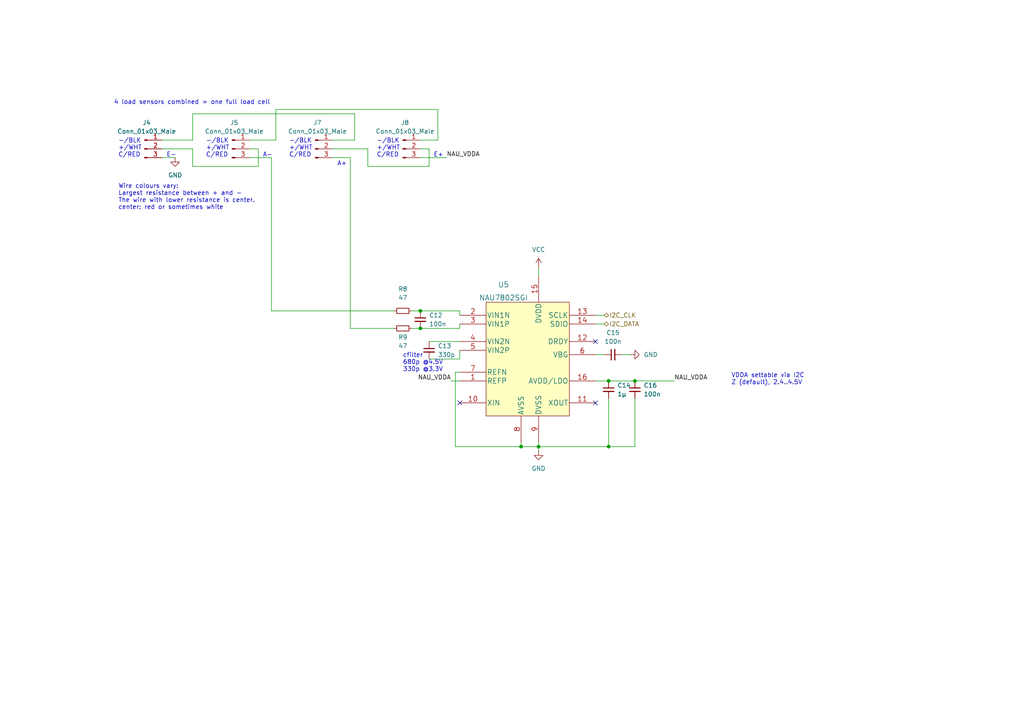
<source format=kicad_sch>
(kicad_sch (version 20230121) (generator eeschema)
  (paper "A4")
  (lib_symbols
    (symbol "Connector:Conn_01x03_Pin" (pin_names (offset 1.016) hide)
      (property "Reference" "J" (at 0 5.08 0))
      (property "Value" "Conn_01x03_Pin" (at 0 -5.08 0))
      (symbol "Conn_01x03_Pin_1_1"
        (polyline (pts (xy 1.27 -2.54) (xy 0.8636 -2.54)) (stroke (width 0.1524)))
        (polyline (pts (xy 1.27 0) (xy 0.8636 0)) (stroke (width 0.1524)))
        (polyline (pts (xy 1.27 2.54) (xy 0.8636 2.54)) (stroke (width 0.1524)))
        (rectangle (start 0.8636 -2.413) (end 0 -2.667) (stroke (width 0.1524)) (fill (type outline)))
        (rectangle (start 0.8636 0.127) (end 0 -0.127) (stroke (width 0.1524)) (fill (type outline)))
        (rectangle (start 0.8636 2.667) (end 0 2.413) (stroke (width 0.1524)) (fill (type outline)))
        (pin passive line (at 5.08 2.54 180) (length 3.81) (name "Pin_1") (number "1"))
        (pin passive line (at 5.08 0 180) (length 3.81) (name "Pin_2") (number "2"))
        (pin passive line (at 5.08 -2.54 180) (length 3.81) (name "Pin_3") (number "3"))
      )
    )
    (symbol "Device:C_Small" (pin_numbers hide) (pin_names (offset 0.254) hide)
      (property "Reference" "C" (at 0.254 1.778 0))
      (property "Value" "C_Small" (at 0.254 -2.032 0))
      (symbol "C_Small_0_1"
        (polyline (pts (xy -1.524 -0.508) (xy 1.524 -0.508)) (stroke (width 0.3302)))
        (polyline (pts (xy -1.524 0.508) (xy 1.524 0.508)) (stroke (width 0.3048)))
      )
      (symbol "C_Small_1_1"
        (pin passive line (at 0 2.54 270) (length 2.032) (name "~") (number "1"))
        (pin passive line (at 0 -2.54 90) (length 2.032) (name "~") (number "2"))
      )
    )
    (symbol "Device:R_Small" (pin_numbers hide) (pin_names (offset 0.254) hide)
      (property "Reference" "R" (at 0.762 0.508 0))
      (property "Value" "R_Small" (at 0.762 -1.016 0))
      (symbol "R_Small_0_1"
        (rectangle (start -0.762 1.778) (end 0.762 -1.778) (stroke (width 0.2032)))
      )
      (symbol "R_Small_1_1"
        (pin passive line (at 0 2.54 270) (length 0.762) (name "~") (number "1"))
        (pin passive line (at 0 -2.54 90) (length 0.762) (name "~") (number "2"))
      )
    )
    (symbol "power:GND" (power) (pin_names (offset 0))
      (property "Value" "GND" (at 0 -3.81 0))
      (symbol "GND_0_1"
        (polyline (pts (xy 0 0) (xy 0 -1.27) (xy 1.27 -1.27) (xy 0 -2.54) (xy -1.27 -1.27) (xy 0 -1.27)))
      )
      (symbol "GND_1_1"
        (pin power_in line (at 0 0 270) (length 0) hide (name "GND") (number "1"))
      )
    )
    (symbol "power:VCC" (power) (pin_names (offset 0))
      (property "Value" "VCC" (at 0 3.81 0))
      (symbol "VCC_0_1"
        (polyline (pts (xy -0.762 1.27) (xy 0 2.54)))
        (polyline (pts (xy 0 0) (xy 0 2.54)))
        (polyline (pts (xy 0 2.54) (xy 0.762 1.27)))
      )
      (symbol "VCC_1_1"
        (pin power_in line (at 0 0 90) (length 0) hide (name "VCC") (number "1"))
      )
    )
    (symbol "scale:NAU7802SGI" (pin_names (offset 0.254))
      (property "Reference" "U" (at -7.62 20.32 0))
      (property "Value" "NAU7802SGI" (at -7.62 16.51 0))
      (symbol "NAU7802SGI_1_1"
        (rectangle (start -12.7 15.24) (end 11.43 -17.78) (fill (type background)))
        (pin input line (at -20.32 -7.62 0) (length 7.62) (name "REFP") (number "1"))
        (pin input line (at -20.32 -13.97 0) (length 7.62) (name "XIN") (number "10"))
        (pin output line (at 19.05 -13.97 180) (length 7.62) (name "XOUT") (number "11"))
        (pin output line (at 19.05 3.81 180) (length 7.62) (name "DRDY") (number "12"))
        (pin input line (at 19.05 11.43 180) (length 7.62) (name "SCLK") (number "13"))
        (pin bidirectional line (at 19.05 8.89 180) (length 7.62) (name "SDIO") (number "14"))
        (pin power_in line (at 2.54 22.86 270) (length 7.62) (name "DVDD") (number "15"))
        (pin power_out line (at 19.05 -7.62 180) (length 7.62) (name "AVDD/LDO") (number "16"))
        (pin input line (at -20.32 11.43 0) (length 7.62) (name "VIN1N") (number "2"))
        (pin input line (at -20.32 8.89 0) (length 7.62) (name "VIN1P") (number "3"))
        (pin input line (at -20.32 3.81 0) (length 7.62) (name "VIN2N") (number "4"))
        (pin input line (at -20.32 1.27 0) (length 7.62) (name "VIN2P") (number "5"))
        (pin output line (at 19.05 0 180) (length 7.62) (name "VBG") (number "6"))
        (pin input line (at -20.32 -5.08 0) (length 7.62) (name "REFN") (number "7"))
        (pin power_in line (at -2.54 -25.4 90) (length 7.62) (name "AVSS") (number "8"))
        (pin power_in line (at 2.54 -25.4 90) (length 7.62) (name "DVSS") (number "9"))
      )
    )
  )
  (junction (at 184.15 110.49))
  (junction (at 176.53 129.54))
  (junction (at 121.92 90.17))
  (junction (at 156.21 129.54))
  (junction (at 176.53 110.49))
  (junction (at 151.13 129.54))
  (junction (at 121.92 95.25))
  (no_connect (at 172.72 99.06))
  (no_connect (at 172.72 116.84))
  (no_connect (at 133.35 116.84))
  (wire (pts (xy 180.34 102.87) (xy 182.88 102.87)))
  (wire (pts (xy 101.6 45.72) (xy 101.6 95.25)))
  (wire (pts (xy 130.81 110.49) (xy 133.35 110.49)))
  (wire (pts (xy 133.35 95.25) (xy 133.35 93.98)))
  (wire (pts (xy 72.39 45.72) (xy 78.74 45.72)))
  (wire (pts (xy 151.13 129.54) (xy 156.21 129.54)))
  (wire (pts (xy 102.87 40.64) (xy 96.52 40.64)))
  (wire (pts (xy 127 40.64) (xy 121.92 40.64)))
  (wire (pts (xy 151.13 128.27) (xy 151.13 129.54)))
  (wire (pts (xy 156.21 77.47) (xy 156.21 80.01)))
  (wire (pts (xy 55.88 48.26) (xy 74.93 48.26)))
  (wire (pts (xy 106.68 48.26) (xy 124.46 48.26)))
  (wire (pts (xy 176.53 110.49) (xy 184.15 110.49)))
  (wire (pts (xy 119.38 90.17) (xy 121.92 90.17)))
  (wire (pts (xy 46.99 45.72) (xy 50.8 45.72)))
  (wire (pts (xy 46.99 43.18) (xy 55.88 43.18)))
  (wire (pts (xy 121.92 45.72) (xy 129.54 45.72)))
  (wire (pts (xy 80.01 40.64) (xy 80.01 31.75)))
  (wire (pts (xy 121.92 43.18) (xy 124.46 43.18)))
  (wire (pts (xy 133.35 104.14) (xy 133.35 101.6)))
  (wire (pts (xy 55.88 40.64) (xy 55.88 33.02)))
  (wire (pts (xy 132.08 129.54) (xy 151.13 129.54)))
  (wire (pts (xy 96.52 43.18) (xy 106.68 43.18)))
  (wire (pts (xy 74.93 48.26) (xy 74.93 43.18)))
  (wire (pts (xy 119.38 95.25) (xy 121.92 95.25)))
  (wire (pts (xy 172.72 102.87) (xy 175.26 102.87)))
  (wire (pts (xy 132.08 107.95) (xy 133.35 107.95)))
  (wire (pts (xy 176.53 129.54) (xy 184.15 129.54)))
  (wire (pts (xy 127 31.75) (xy 127 40.64)))
  (wire (pts (xy 172.72 93.98) (xy 175.26 93.98)))
  (wire (pts (xy 78.74 45.72) (xy 78.74 90.17)))
  (wire (pts (xy 46.99 40.64) (xy 55.88 40.64)))
  (wire (pts (xy 124.46 48.26) (xy 124.46 43.18)))
  (wire (pts (xy 121.92 95.25) (xy 133.35 95.25)))
  (wire (pts (xy 184.15 129.54) (xy 184.15 115.57)))
  (wire (pts (xy 121.92 90.17) (xy 133.35 90.17)))
  (wire (pts (xy 124.46 104.14) (xy 133.35 104.14)))
  (wire (pts (xy 156.21 129.54) (xy 156.21 130.81)))
  (wire (pts (xy 102.87 33.02) (xy 102.87 40.64)))
  (wire (pts (xy 101.6 45.72) (xy 96.52 45.72)))
  (wire (pts (xy 172.72 110.49) (xy 176.53 110.49)))
  (wire (pts (xy 72.39 40.64) (xy 80.01 40.64)))
  (wire (pts (xy 133.35 90.17) (xy 133.35 91.44)))
  (wire (pts (xy 172.72 91.44) (xy 175.26 91.44)))
  (wire (pts (xy 156.21 128.27) (xy 156.21 129.54)))
  (wire (pts (xy 132.08 107.95) (xy 132.08 129.54)))
  (wire (pts (xy 78.74 90.17) (xy 114.3 90.17)))
  (wire (pts (xy 156.21 129.54) (xy 176.53 129.54)))
  (wire (pts (xy 184.15 110.49) (xy 195.58 110.49)))
  (wire (pts (xy 74.93 43.18) (xy 72.39 43.18)))
  (wire (pts (xy 124.46 99.06) (xy 133.35 99.06)))
  (wire (pts (xy 55.88 43.18) (xy 55.88 48.26)))
  (wire (pts (xy 106.68 43.18) (xy 106.68 48.26)))
  (wire (pts (xy 176.53 129.54) (xy 176.53 115.57)))
  (wire (pts (xy 55.88 33.02) (xy 102.87 33.02)))
  (wire (pts (xy 101.6 95.25) (xy 114.3 95.25)))
  (wire (pts (xy 80.01 31.75) (xy 127 31.75)))
  (text "E-" (at 48.26 45.72 0) (effects (font (size 1.27 1.27)) (justify left bottom)))
  (text "4 load sensors combined = one full load cell" (at 33.02 30.48 0) (effects (font (size 1.27 1.27)) (justify left bottom)))
  (text "-/BLK\n+/WHT\nC/RED" (at 83.82 45.72 0) (effects (font (size 1.27 1.27)) (justify left bottom)))
  (text "A+" (at 97.79 48.26 0) (effects (font (size 1.27 1.27)) (justify left bottom)))
  (text "-/BLK\n+/WHT\nC/RED" (at 34.29 45.72 0) (effects (font (size 1.27 1.27)) (justify left bottom)))
  (text "E+" (at 125.73 45.72 0) (effects (font (size 1.27 1.27)) (justify left bottom)))
  (text "-/BLK\n+/WHT\nC/RED" (at 59.69 45.72 0) (effects (font (size 1.27 1.27)) (justify left bottom)))
  (text "cfilter\n680p @4.5V\n330p @3.3V" (at 116.84 107.95 0) (effects (font (size 1.27 1.27)) (justify left bottom)))
  (text "A-" (at 76.2 45.72 0) (effects (font (size 1.27 1.27)) (justify left bottom)))
  (text "-/BLK\n+/WHT\nC/RED" (at 109.22 45.72 0) (effects (font (size 1.27 1.27)) (justify left bottom)))
  (text "VDDA settable via I2C\nZ (default), 2.4..4.5V" (at 212.09 111.76 0) (effects (font (size 1.27 1.27)) (justify left bottom)))
  (text "Wire colours vary:\nLargest resistance between + and -\nThe wire with lower resistance is center.\ncenter: red or sometimes white " (at 34.29 60.96 0) (effects (font (size 1.27 1.27)) (justify left bottom)))
  (label "NAU_VDDA" (at 195.58 110.49 0))
  (label "NAU_VDDA" (at 130.81 110.49 180))
  (label "NAU_VDDA" (at 129.54 45.72 0))
  (hierarchical_label "I2C_CLK" (shape tri_state) (at 175.26 91.44 0))
  (hierarchical_label "I2C_DATA" (shape tri_state) (at 175.26 93.98 0))
  (symbol (lib_id "power:GND") (at 50.8 45.72 0) (unit 1)
    (property "Reference" "#PWR032" (effects hide))
    (property "Value" "GND" (at 50.8 50.8 0))
    (instances (project "scale" (path "" (reference "#PWR032") (unit 1))) (project "Untitled" (path "" (reference "#PWR012") (unit 1))))
  )
  (symbol (lib_id "Connector:Conn_01x03_Pin") (at 67.31 43.18 0) (unit 1)
    (property "Reference" "J5" (at 67.945 35.56 0))
    (property "Value" "Conn_01x03_Male" (at 67.945 38.1 0))
    (property "Footprint" "Connector_Wire:SolderWire-0.1sqmm_1x03_P3.6mm_D0.4mm_OD1mm_Relief" (effects hide))
  )
  (symbol (lib_id "Connector:Conn_01x03_Pin") (at 116.84 43.18 0) (unit 1)
    (property "Reference" "J8" (at 117.475 35.56 0))
    (property "Value" "Conn_01x03_Male" (at 117.475 38.1 0))
    (property "Footprint" "Connector_Wire:SolderWire-0.1sqmm_1x03_P3.6mm_D0.4mm_OD1mm_Relief" (effects hide))
    (instances (project "scale" (path "" (reference "J8") (unit 1))) (project "Untitled" (path "" (reference "J7") (unit 1))))
  )
  (symbol (lib_id "Device:C_Small") (at 184.15 113.03 0) (unit 1)
    (property "Reference" "C16" (at 186.69 111.7662 0) (effects (justify left)))
    (property "Value" "100n" (at 186.69 114.3062 0) (effects (justify left)))
    (property "Footprint" "Capacitor_SMD:C_1206_3216Metric_Pad1.33x1.80mm_HandSolder" (effects hide))
    (instances (project "scale" (path "" (reference "C16") (unit 1))) (project "Untitled" (path "" (reference "C6") (unit 1))))
  )
  (symbol (lib_id "power:VCC") (at 156.21 77.47 0) (unit 1)
    (property "Reference" "#PWR033" (effects hide))
    (property "Value" "VCC" (at 156.21 72.39 0))
    (instances (project "scale" (path "" (reference "#PWR033") (unit 1))) (project "Untitled" (path "" (reference "#PWR013") (unit 1))))
  )
  (symbol (lib_id "Device:C_Small") (at 121.92 92.71 0) (unit 1)
    (property "Reference" "C12" (at 124.46 91.4462 0) (effects (justify left)))
    (property "Value" "100n" (at 124.46 93.9862 0) (effects (justify left)))
    (property "Footprint" "Capacitor_SMD:C_1206_3216Metric_Pad1.33x1.80mm_HandSolder" (effects hide))
    (instances (project "scale" (path "" (reference "C12") (unit 1))) (project "Untitled" (path "" (reference "C2") (unit 1))))
  )
  (symbol (lib_id "Device:C_Small") (at 124.46 101.6 0) (unit 1)
    (property "Reference" "C13" (at 127 100.3362 0) (effects (justify left)))
    (property "Value" "330p" (at 127 102.8762 0) (effects (justify left)))
    (property "Footprint" "Capacitor_SMD:C_1206_3216Metric_Pad1.33x1.80mm_HandSolder" (effects hide))
    (instances (project "scale" (path "" (reference "C13") (unit 1))) (project "Untitled" (path "" (reference "C3") (unit 1))))
  )
  (symbol (lib_id "Connector:Conn_01x03_Pin") (at 41.91 43.18 0) (unit 1)
    (property "Reference" "J4" (at 42.545 35.56 0))
    (property "Value" "Conn_01x03_Male" (at 42.545 38.1 0))
    (property "Footprint" "Connector_Wire:SolderWire-0.1sqmm_1x03_P3.6mm_D0.4mm_OD1mm_Relief" (effects hide))
  )
  (symbol (lib_id "Device:R_Small") (at 116.84 90.17 90) (unit 1)
    (property "Reference" "R8" (at 116.84 83.82 90))
    (property "Value" "47" (at 116.84 86.36 90))
    (property "Footprint" "Resistor_SMD:R_1206_3216Metric_Pad1.30x1.75mm_HandSolder" (effects hide))
    (instances (project "scale" (path "" (reference "R8") (unit 1))) (project "Untitled" (path "" (reference "R2") (unit 1))))
  )
  (symbol (lib_id "Device:R_Small") (at 116.84 95.25 90) (unit 1)
    (property "Reference" "R9" (at 116.84 97.79 90))
    (property "Value" "47" (at 116.84 100.33 90))
    (property "Footprint" "Resistor_SMD:R_1206_3216Metric_Pad1.30x1.75mm_HandSolder" (effects hide))
    (instances (project "scale" (path "" (reference "R9") (unit 1))) (project "Untitled" (path "" (reference "R3") (unit 1))))
  )
  (symbol (lib_id "power:GND") (at 156.21 130.81 0) (unit 1)
    (property "Reference" "#PWR034" (effects hide))
    (property "Value" "GND" (at 156.21 135.89 0))
    (instances (project "scale" (path "" (reference "#PWR034") (unit 1))) (project "Untitled" (path "" (reference "#PWR014") (unit 1))))
  )
  (symbol (lib_id "scale:NAU7802SGI") (at 153.67 102.87 0) (unit 1)
    (property "Reference" "U5" (at 146.05 82.55 0) (effects (font (size 1.524 1.524))))
    (property "Value" "NAU7802SGI" (at 146.05 86.36 0) (effects (font (size 1.524 1.524))))
    (property "Footprint" "NAU:NAU7802SGI" (effects hide))
    (instances (project "scale" (path "" (reference "U5") (unit 1))) (project "Untitled" (path "" (reference "U2") (unit 1))))
  )
  (symbol (lib_id "Connector:Conn_01x03_Pin") (at 91.44 43.18 0) (unit 1)
    (property "Reference" "J7" (at 92.075 35.56 0))
    (property "Value" "Conn_01x03_Male" (at 92.075 38.1 0))
    (property "Footprint" "Connector_Wire:SolderWire-0.1sqmm_1x03_P3.6mm_D0.4mm_OD1mm_Relief" (effects hide))
    (instances (project "scale" (path "" (reference "J7") (unit 1))) (project "Untitled" (path "" (reference "J6") (unit 1))))
  )
  (symbol (lib_id "Device:C_Small") (at 176.53 113.03 0) (unit 1)
    (property "Reference" "C14" (at 179.07 111.7662 0) (effects (justify left)))
    (property "Value" "1µ" (at 179.07 114.3062 0) (effects (justify left)))
    (property "Footprint" "Capacitor_SMD:C_1206_3216Metric_Pad1.33x1.80mm_HandSolder" (effects hide))
    (instances (project "scale" (path "" (reference "C14") (unit 1))) (project "Untitled" (path "" (reference "C4") (unit 1))))
  )
  (symbol (lib_id "Device:C_Small") (at 177.8 102.87 90) (unit 1)
    (property "Reference" "C15" (at 177.8063 96.52 90))
    (property "Value" "100n" (at 177.8063 99.06 90))
    (property "Footprint" "Capacitor_SMD:C_1206_3216Metric_Pad1.33x1.80mm_HandSolder" (effects hide))
    (instances (project "scale" (path "" (reference "C15") (unit 1))) (project "Untitled" (path "" (reference "C5") (unit 1))))
  )
  (symbol (lib_id "power:GND") (at 182.88 102.87 90) (unit 1)
    (property "Reference" "#PWR035" (effects hide))
    (property "Value" "GND" (at 186.69 102.8699 90) (effects (justify right)))
    (instances (project "scale" (path "" (reference "#PWR035") (unit 1))) (project "Untitled" (path "" (reference "#PWR015") (unit 1))))
  )
)
</source>
